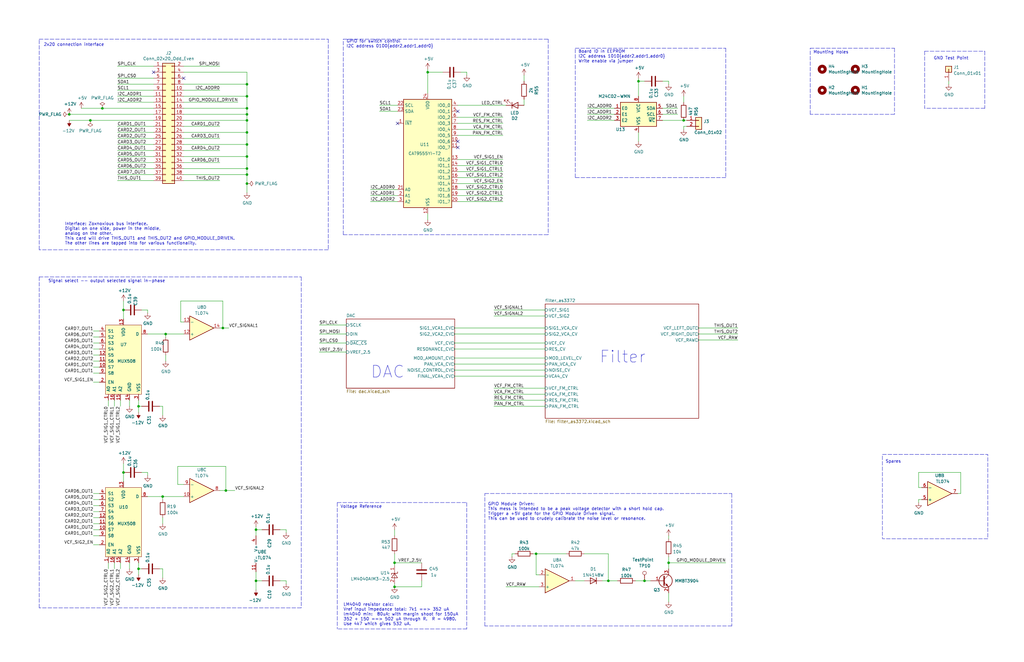
<source format=kicad_sch>
(kicad_sch (version 20230121) (generator eeschema)
  (paper "B")
  (title_block (title "Z3372 Signal Processor") (date "2023-04-02") (rev "0.4") (company "Zoxnoxious Engineering"))
  (junction (at 104.14 60.96))
  (junction (at 104.14 50.8))
  (junction (at 43.18 45.72))
  (junction (at 29.21 48.26))
  (junction (at 104.14 40.64))
  (junction (at 166.37 237.49))
  (junction (at 180.34 30.48))
  (junction (at 107.95 223.52))
  (junction (at 166.37 247.65))
  (junction (at 104.14 73.66))
  (junction (at 68.58 209.55))
  (junction (at 269.24 34.29))
  (junction (at 281.94 237.49))
  (junction (at 104.14 66.04))
  (junction (at 104.14 77.47))
  (junction (at 104.14 48.26))
  (junction (at 288.29 50.8))
  (junction (at 58.42 240.03))
  (junction (at 226.06 233.68))
  (junction (at 58.42 171.45))
  (junction (at 38.1 50.8))
  (junction (at 256.54 245.11))
  (junction (at 104.14 55.88))
  (junction (at 107.95 245.11))
  (junction (at 104.14 45.72))
  (junction (at 104.14 35.56))
  (junction (at 52.07 130.81))
  (junction (at 69.85 140.97))
  (junction (at 52.07 199.39))
  (junction (at 104.14 71.12))
  (junction (at 271.78 245.11))
  (junction (at 95.25 207.01))
  (junction (at 93.98 138.43))
  (no_connect (at 193.04 59.69))
  (no_connect (at 167.64 52.07))
  (no_connect (at 77.47 33.02))
  (no_connect (at 193.04 62.23))
  (no_connect (at 193.04 46.99))
  (no_connect (at 64.77 30.48))
  (wire (pts (xy 256.54 245.11) (xy 260.35 245.11)))
  (wire (pts (xy 294.64 138.43) (xy 311.15 138.43)))
  (wire (pts (xy 39.37 152.4) (xy 41.91 152.4)))
  (polyline (pts (xy 341.63 20.32) (xy 377.19 20.32)) (stroke (width 0) (type dash)))
  (wire (pts (xy 191.77 156.21) (xy 229.87 156.21)))
  (wire (pts (xy 254 245.11) (xy 256.54 245.11)))
  (polyline (pts (xy 306.07 20.32) (xy 306.07 74.93)) (stroke (width 0) (type dash)))
  (wire (pts (xy 58.42 168.91) (xy 58.42 171.45)))
  (polyline (pts (xy 142.24 212.09) (xy 142.24 265.43)) (stroke (width 0) (type dash)))
  (wire (pts (xy 104.14 60.96) (xy 104.14 66.04)))
  (wire (pts (xy 267.97 245.11) (xy 271.78 245.11)))
  (polyline (pts (xy 242.57 74.93) (xy 242.57 20.32)) (stroke (width 0) (type dash)))
  (wire (pts (xy 279.4 34.29) (xy 281.94 34.29)))
  (wire (pts (xy 49.53 60.96) (xy 64.77 60.96)))
  (wire (pts (xy 39.37 142.24) (xy 41.91 142.24)))
  (wire (pts (xy 77.47 48.26) (xy 104.14 48.26)))
  (wire (pts (xy 64.77 50.8) (xy 38.1 50.8)))
  (wire (pts (xy 193.04 52.07) (xy 212.09 52.07)))
  (wire (pts (xy 39.37 213.36) (xy 41.91 213.36)))
  (wire (pts (xy 69.85 140.97) (xy 77.47 140.97)))
  (wire (pts (xy 50.8 237.49) (xy 50.8 240.03)))
  (wire (pts (xy 52.07 199.39) (xy 52.07 203.2)))
  (wire (pts (xy 49.53 71.12) (xy 64.77 71.12)))
  (wire (pts (xy 193.04 80.01) (xy 212.09 80.01)))
  (wire (pts (xy 92.71 58.42) (xy 77.47 58.42)))
  (wire (pts (xy 118.11 223.52) (xy 120.65 223.52)))
  (wire (pts (xy 281.94 250.19) (xy 281.94 254)))
  (polyline (pts (xy 16.51 116.84) (xy 16.51 190.5)) (stroke (width 0) (type dash)))
  (wire (pts (xy 52.07 195.58) (xy 52.07 199.39)))
  (wire (pts (xy 269.24 55.88) (xy 269.24 59.69)))
  (wire (pts (xy 166.37 246.38) (xy 166.37 247.65)))
  (wire (pts (xy 180.34 30.48) (xy 180.34 39.37)))
  (wire (pts (xy 49.53 76.2) (xy 64.77 76.2)))
  (wire (pts (xy 74.93 196.85) (xy 95.25 196.85)))
  (wire (pts (xy 281.94 35.56) (xy 281.94 34.29)))
  (wire (pts (xy 68.58 171.45) (xy 67.31 171.45)))
  (wire (pts (xy 39.37 215.9) (xy 41.91 215.9)))
  (polyline (pts (xy 144.78 16.51) (xy 231.14 16.51)) (stroke (width 0) (type dash)))
  (wire (pts (xy 39.37 161.29) (xy 41.91 161.29)))
  (wire (pts (xy 220.98 41.91) (xy 220.98 44.45)))
  (wire (pts (xy 58.42 237.49) (xy 58.42 240.03)))
  (wire (pts (xy 279.4 48.26) (xy 285.75 48.26)))
  (wire (pts (xy 166.37 237.49) (xy 177.8 237.49)))
  (wire (pts (xy 217.17 233.68) (xy 215.9 233.68)))
  (wire (pts (xy 77.47 40.64) (xy 104.14 40.64)))
  (wire (pts (xy 400.05 34.29) (xy 400.05 35.56)))
  (wire (pts (xy 191.77 144.78) (xy 229.87 144.78)))
  (wire (pts (xy 92.71 76.2) (xy 77.47 76.2)))
  (wire (pts (xy 38.1 50.8) (xy 29.21 50.8)))
  (polyline (pts (xy 415.29 21.59) (xy 415.29 45.72)) (stroke (width 0) (type dash)))
  (wire (pts (xy 93.98 138.43) (xy 96.52 138.43)))
  (wire (pts (xy 220.98 31.75) (xy 220.98 34.29)))
  (polyline (pts (xy 16.51 105.41) (xy 16.51 16.51)) (stroke (width 0) (type dash)))
  (wire (pts (xy 39.37 229.87) (xy 41.91 229.87)))
  (wire (pts (xy 68.58 243.84) (xy 68.58 240.03)))
  (polyline (pts (xy 377.19 20.32) (xy 377.19 48.26)) (stroke (width 0) (type dash)))
  (wire (pts (xy 213.36 247.65) (xy 227.33 247.65)))
  (wire (pts (xy 193.04 85.09) (xy 212.09 85.09)))
  (polyline (pts (xy 389.89 21.59) (xy 415.29 21.59)) (stroke (width 0) (type dash)))
  (wire (pts (xy 193.04 54.61) (xy 212.09 54.61)))
  (wire (pts (xy 104.14 55.88) (xy 104.14 60.96)))
  (wire (pts (xy 166.37 238.76) (xy 166.37 237.49)))
  (wire (pts (xy 92.71 53.34) (xy 77.47 53.34)))
  (wire (pts (xy 77.47 204.47) (xy 74.93 204.47)))
  (wire (pts (xy 167.64 44.45) (xy 160.02 44.45)))
  (wire (pts (xy 259.08 45.72) (xy 247.65 45.72)))
  (wire (pts (xy 77.47 135.89) (xy 76.2 135.89)))
  (wire (pts (xy 288.29 40.64) (xy 288.29 43.18)))
  (wire (pts (xy 281.94 226.06) (xy 281.94 227.33)))
  (wire (pts (xy 49.53 58.42) (xy 64.77 58.42)))
  (polyline (pts (xy 341.63 48.26) (xy 341.63 20.32)) (stroke (width 0) (type dash)))
  (wire (pts (xy 271.78 34.29) (xy 269.24 34.29)))
  (wire (pts (xy 50.8 168.91) (xy 50.8 171.45)))
  (wire (pts (xy 59.69 199.39) (xy 62.23 199.39)))
  (wire (pts (xy 77.47 55.88) (xy 104.14 55.88)))
  (wire (pts (xy 104.14 40.64) (xy 104.14 45.72)))
  (wire (pts (xy 68.58 240.03) (xy 67.31 240.03)))
  (wire (pts (xy 269.24 33.02) (xy 269.24 34.29)))
  (wire (pts (xy 208.28 133.35) (xy 229.87 133.35)))
  (wire (pts (xy 167.64 80.01) (xy 156.21 80.01)))
  (wire (pts (xy 387.35 210.82) (xy 387.35 212.09)))
  (wire (pts (xy 49.53 33.02) (xy 64.77 33.02)))
  (wire (pts (xy 193.04 67.31) (xy 212.09 67.31)))
  (wire (pts (xy 193.04 77.47) (xy 212.09 77.47)))
  (wire (pts (xy 387.35 199.39) (xy 405.13 199.39)))
  (wire (pts (xy 191.77 153.67) (xy 229.87 153.67)))
  (wire (pts (xy 269.24 40.64) (xy 269.24 34.29)))
  (wire (pts (xy 48.26 168.91) (xy 48.26 171.45)))
  (wire (pts (xy 39.37 154.94) (xy 41.91 154.94)))
  (wire (pts (xy 166.37 233.68) (xy 166.37 237.49)))
  (wire (pts (xy 146.05 140.97) (xy 134.62 140.97)))
  (wire (pts (xy 77.47 50.8) (xy 104.14 50.8)))
  (polyline (pts (xy 138.43 16.51) (xy 138.43 105.41)) (stroke (width 0) (type dash)))
  (polyline (pts (xy 308.61 264.16) (xy 204.47 264.16)) (stroke (width 0) (type dash)))
  (polyline (pts (xy 204.47 208.28) (xy 308.61 208.28)) (stroke (width 0) (type dash)))
  (wire (pts (xy 208.28 171.45) (xy 229.87 171.45)))
  (polyline (pts (xy 196.85 265.43) (xy 142.24 265.43)) (stroke (width 0) (type dash)))
  (wire (pts (xy 77.47 45.72) (xy 104.14 45.72)))
  (wire (pts (xy 68.58 209.55) (xy 77.47 209.55)))
  (wire (pts (xy 62.23 140.97) (xy 69.85 140.97)))
  (wire (pts (xy 104.14 73.66) (xy 104.14 77.47)))
  (wire (pts (xy 39.37 220.98) (xy 41.91 220.98)))
  (wire (pts (xy 180.34 29.21) (xy 180.34 30.48)))
  (wire (pts (xy 288.29 50.8) (xy 289.56 50.8)))
  (wire (pts (xy 59.69 130.81) (xy 62.23 130.81)))
  (wire (pts (xy 64.77 35.56) (xy 49.53 35.56)))
  (wire (pts (xy 246.38 233.68) (xy 256.54 233.68)))
  (polyline (pts (xy 127 256.54) (xy 16.51 256.54)) (stroke (width 0) (type dash)))
  (wire (pts (xy 52.07 127) (xy 52.07 130.81)))
  (wire (pts (xy 191.77 147.32) (xy 229.87 147.32)))
  (wire (pts (xy 193.04 57.15) (xy 212.09 57.15)))
  (wire (pts (xy 77.47 60.96) (xy 104.14 60.96)))
  (wire (pts (xy 64.77 45.72) (xy 43.18 45.72)))
  (wire (pts (xy 193.04 74.93) (xy 212.09 74.93)))
  (wire (pts (xy 77.47 27.94) (xy 92.71 27.94)))
  (wire (pts (xy 194.31 30.48) (xy 196.85 30.48)))
  (polyline (pts (xy 144.78 99.06) (xy 231.14 99.06)) (stroke (width 0) (type dash)))
  (wire (pts (xy 69.85 149.86) (xy 69.85 152.4)))
  (polyline (pts (xy 204.47 264.16) (xy 204.47 208.28)) (stroke (width 0) (type dash)))
  (wire (pts (xy 387.35 205.74) (xy 387.35 199.39)))
  (polyline (pts (xy 242.57 20.32) (xy 294.64 20.32)) (stroke (width 0) (type dash)))
  (wire (pts (xy 256.54 233.68) (xy 256.54 245.11)))
  (wire (pts (xy 39.37 149.86) (xy 41.91 149.86)))
  (wire (pts (xy 77.47 43.18) (xy 100.33 43.18)))
  (polyline (pts (xy 16.51 256.54) (xy 16.51 189.23)) (stroke (width 0) (type dash)))
  (wire (pts (xy 294.64 143.51) (xy 311.15 143.51)))
  (wire (pts (xy 191.77 138.43) (xy 229.87 138.43)))
  (polyline (pts (xy 144.78 99.06) (xy 144.78 16.51)) (stroke (width 0) (type dash)))
  (wire (pts (xy 259.08 48.26) (xy 247.65 48.26)))
  (wire (pts (xy 104.14 35.56) (xy 104.14 40.64)))
  (wire (pts (xy 64.77 73.66) (xy 49.53 73.66)))
  (wire (pts (xy 39.37 144.78) (xy 41.91 144.78)))
  (wire (pts (xy 180.34 90.17) (xy 180.34 92.71)))
  (wire (pts (xy 68.58 175.26) (xy 68.58 171.45)))
  (wire (pts (xy 74.93 204.47) (xy 74.93 196.85)))
  (wire (pts (xy 215.9 233.68) (xy 215.9 234.95)))
  (wire (pts (xy 208.28 168.91) (xy 229.87 168.91)))
  (polyline (pts (xy 138.43 105.41) (xy 16.51 105.41)) (stroke (width 0) (type dash)))
  (wire (pts (xy 77.47 66.04) (xy 104.14 66.04)))
  (wire (pts (xy 146.05 137.16) (xy 134.62 137.16)))
  (wire (pts (xy 196.85 31.75) (xy 196.85 30.48)))
  (wire (pts (xy 177.8 247.65) (xy 166.37 247.65)))
  (wire (pts (xy 77.47 71.12) (xy 104.14 71.12)))
  (wire (pts (xy 45.72 168.91) (xy 45.72 171.45)))
  (wire (pts (xy 76.2 127) (xy 93.98 127)))
  (wire (pts (xy 120.65 223.52) (xy 120.65 224.79)))
  (wire (pts (xy 95.25 196.85) (xy 95.25 207.01)))
  (wire (pts (xy 388.62 210.82) (xy 387.35 210.82)))
  (wire (pts (xy 77.47 63.5) (xy 92.71 63.5)))
  (wire (pts (xy 294.64 140.97) (xy 311.15 140.97)))
  (wire (pts (xy 107.95 245.11) (xy 107.95 248.92)))
  (wire (pts (xy 281.94 234.95) (xy 281.94 237.49)))
  (polyline (pts (xy 389.89 21.59) (xy 389.89 45.72)) (stroke (width 0) (type dash)))
  (wire (pts (xy 58.42 240.03) (xy 58.42 242.57)))
  (wire (pts (xy 77.47 30.48) (xy 104.14 30.48)))
  (wire (pts (xy 279.4 50.8) (xy 288.29 50.8)))
  (polyline (pts (xy 294.64 74.93) (xy 242.57 74.93)) (stroke (width 0) (type dash)))
  (wire (pts (xy 39.37 226.06) (xy 41.91 226.06)))
  (polyline (pts (xy 415.29 45.72) (xy 389.89 45.72)) (stroke (width 0) (type dash)))
  (wire (pts (xy 104.14 71.12) (xy 104.14 73.66)))
  (wire (pts (xy 193.04 69.85) (xy 212.09 69.85)))
  (wire (pts (xy 39.37 157.48) (xy 41.91 157.48)))
  (wire (pts (xy 69.85 140.97) (xy 69.85 142.24)))
  (wire (pts (xy 104.14 77.47) (xy 104.14 81.28)))
  (wire (pts (xy 49.53 40.64) (xy 64.77 40.64)))
  (wire (pts (xy 49.53 68.58) (xy 64.77 68.58)))
  (polyline (pts (xy 16.51 16.51) (xy 138.43 16.51)) (stroke (width 0) (type dash)))
  (wire (pts (xy 93.98 127) (xy 93.98 138.43)))
  (wire (pts (xy 92.71 38.1) (xy 77.47 38.1)))
  (wire (pts (xy 186.69 30.48) (xy 180.34 30.48)))
  (wire (pts (xy 104.14 66.04) (xy 104.14 71.12)))
  (wire (pts (xy 49.53 27.94) (xy 64.77 27.94)))
  (polyline (pts (xy 308.61 208.28) (xy 308.61 264.16)) (stroke (width 0) (type dash)))
  (wire (pts (xy 118.11 245.11) (xy 120.65 245.11)))
  (wire (pts (xy 39.37 223.52) (xy 41.91 223.52)))
  (wire (pts (xy 288.29 53.34) (xy 289.56 53.34)))
  (wire (pts (xy 64.77 66.04) (xy 49.53 66.04)))
  (polyline (pts (xy 377.19 48.26) (xy 341.63 48.26)) (stroke (width 0) (type dash)))
  (polyline (pts (xy 231.14 16.51) (xy 231.14 99.06)) (stroke (width 0) (type dash)))
  (wire (pts (xy 64.77 43.18) (xy 49.53 43.18)))
  (wire (pts (xy 110.49 245.11) (xy 107.95 245.11)))
  (wire (pts (xy 208.28 163.83) (xy 229.87 163.83)))
  (wire (pts (xy 58.42 171.45) (xy 58.42 173.99)))
  (wire (pts (xy 107.95 241.3) (xy 107.95 245.11)))
  (wire (pts (xy 388.62 205.74) (xy 387.35 205.74)))
  (wire (pts (xy 58.42 240.03) (xy 59.69 240.03)))
  (wire (pts (xy 191.77 140.97) (xy 229.87 140.97)))
  (polyline (pts (xy 295.91 20.32) (xy 306.07 20.32)) (stroke (width 0) (type dash)))
  (wire (pts (xy 43.18 45.72) (xy 34.29 45.72)))
  (wire (pts (xy 405.13 199.39) (xy 405.13 208.28)))
  (wire (pts (xy 104.14 48.26) (xy 104.14 50.8)))
  (wire (pts (xy 224.79 233.68) (xy 226.06 233.68)))
  (wire (pts (xy 68.58 218.44) (xy 68.58 220.98)))
  (wire (pts (xy 48.26 237.49) (xy 48.26 240.03)))
  (polyline (pts (xy 142.24 212.09) (xy 196.85 212.09)) (stroke (width 0) (type dash)))
  (wire (pts (xy 166.37 223.52) (xy 166.37 226.06)))
  (wire (pts (xy 191.77 158.75) (xy 229.87 158.75)))
  (wire (pts (xy 64.77 53.34) (xy 49.53 53.34)))
  (wire (pts (xy 226.06 233.68) (xy 238.76 233.68)))
  (wire (pts (xy 39.37 147.32) (xy 41.91 147.32)))
  (wire (pts (xy 77.47 35.56) (xy 104.14 35.56)))
  (wire (pts (xy 62.23 200.66) (xy 62.23 199.39)))
  (wire (pts (xy 191.77 151.13) (xy 229.87 151.13)))
  (wire (pts (xy 54.61 168.91) (xy 54.61 171.45)))
  (wire (pts (xy 285.75 45.72) (xy 279.4 45.72)))
  (wire (pts (xy 64.77 48.26) (xy 29.21 48.26)))
  (wire (pts (xy 208.28 130.81) (xy 229.87 130.81)))
  (polyline (pts (xy 306.07 74.93) (xy 294.64 74.93)) (stroke (width 0) (type dash)))
  (wire (pts (xy 120.65 245.11) (xy 120.65 246.38)))
  (wire (pts (xy 104.14 30.48) (xy 104.14 35.56)))
  (wire (pts (xy 208.28 166.37) (xy 229.87 166.37)))
  (wire (pts (xy 134.62 148.59) (xy 146.05 148.59)))
  (wire (pts (xy 160.02 46.99) (xy 167.64 46.99)))
  (wire (pts (xy 193.04 72.39) (xy 212.09 72.39)))
  (wire (pts (xy 92.71 207.01) (xy 95.25 207.01)))
  (wire (pts (xy 39.37 139.7) (xy 41.91 139.7)))
  (wire (pts (xy 58.42 171.45) (xy 59.69 171.45)))
  (wire (pts (xy 193.04 82.55) (xy 212.09 82.55)))
  (wire (pts (xy 92.71 138.43) (xy 93.98 138.43)))
  (wire (pts (xy 54.61 237.49) (xy 54.61 240.03)))
  (polyline (pts (xy 127 116.84) (xy 127 256.54)) (stroke (width 0) (type dash)))
  (wire (pts (xy 77.47 68.58) (xy 92.71 68.58)))
  (wire (pts (xy 271.78 245.11) (xy 274.32 245.11)))
  (wire (pts (xy 226.06 242.57) (xy 226.06 233.68)))
  (wire (pts (xy 167.64 82.55) (xy 156.21 82.55)))
  (wire (pts (xy 193.04 44.45) (xy 213.36 44.45)))
  (wire (pts (xy 403.86 208.28) (xy 405.13 208.28)))
  (wire (pts (xy 62.23 209.55) (xy 68.58 209.55)))
  (wire (pts (xy 77.47 73.66) (xy 104.14 73.66)))
  (wire (pts (xy 227.33 242.57) (xy 226.06 242.57)))
  (wire (pts (xy 288.29 54.61) (xy 288.29 53.34)))
  (wire (pts (xy 39.37 210.82) (xy 41.91 210.82)))
  (wire (pts (xy 45.72 237.49) (xy 45.72 240.03)))
  (polyline (pts (xy 16.51 116.84) (xy 127 116.84)) (stroke (width 0) (type dash)))
  (wire (pts (xy 134.62 144.78) (xy 146.05 144.78)))
  (wire (pts (xy 49.53 55.88) (xy 64.77 55.88)))
  (wire (pts (xy 104.14 45.72) (xy 104.14 48.26)))
  (wire (pts (xy 39.37 218.44) (xy 41.91 218.44)))
  (wire (pts (xy 39.37 208.28) (xy 41.91 208.28)))
  (wire (pts (xy 281.94 237.49) (xy 281.94 240.03)))
  (wire (pts (xy 104.14 50.8) (xy 104.14 55.88)))
  (wire (pts (xy 62.23 132.08) (xy 62.23 130.81)))
  (wire (pts (xy 49.53 38.1) (xy 64.77 38.1)))
  (wire (pts (xy 95.25 207.01) (xy 99.06 207.01)))
  (wire (pts (xy 76.2 135.89) (xy 76.2 127)))
  (wire (pts (xy 167.64 85.09) (xy 156.21 85.09)))
  (wire (pts (xy 107.95 226.06) (xy 107.95 223.52)))
  (wire (pts (xy 68.58 210.82) (xy 68.58 209.55)))
  (wire (pts (xy 177.8 245.11) (xy 177.8 247.65)))
  (wire (pts (xy 52.07 130.81) (xy 52.07 134.62)))
  (wire (pts (xy 259.08 50.8) (xy 247.65 50.8)))
  (wire (pts (xy 193.04 49.53) (xy 212.09 49.53)))
  (wire (pts (xy 242.57 245.11) (xy 246.38 245.11)))
  (wire (pts (xy 107.95 222.25) (xy 107.95 223.52)))
  (polyline (pts (xy 196.85 212.09) (xy 196.85 265.43)) (stroke (width 0) (type dash)))
  (wire (pts (xy 107.95 223.52) (xy 110.49 223.52)))
  (wire (pts (xy 281.94 237.49) (xy 306.07 237.49)))
  (wire (pts (xy 49.53 63.5) (xy 64.77 63.5)))
  (rectangle (start 372.11 191.77) (end 416.56 227.33) (stroke (width 0) (type dash)))
  (text "Spares" (at 373.38 195.58 0) (effects (font (size 1.27 1.27)) (justify left bottom)))
  (text "Filter" (at 252.73 153.67 0) (effects (font (size 5.0038 5.0038)) (justify left bottom)))
  (text "Signal select -- output selected signal in-phase" (at 20.32 119.38 0) (effects (font (size 1.27 1.27)) (justify left bottom)))
  (text "Voltage Reference" (at 143.51 214.63 0) (effects (font (size 1.27 1.27)) (justify left bottom)))
  (text "2x20 connection interface" (at 18.415 19.685 0) (effects (font (size 1.27 1.27)) (justify left bottom)))
  (text "GPIO Module Driven:\nThis mess is intended to be a peak voltage detector with a short hold cap.\nTrigger a +5V gate for the GPIO Module Driven signal.\nThis can be used to crudely calibrate the noise level or resonance." (at 205.74 219.71 0) (effects (font (size 1.27 1.27)) (justify left bottom)))
  (text "GPIO for switch control\nI2C address 0100{addr2,addr1,addr0}" (at 146.05 20.32 0) (effects (font (size 1.27 1.27)) (justify left bottom)))
  (text "Mounting Holes" (at 342.9 22.86 0) (effects (font (size 1.27 1.27)) (justify left bottom)))
  (text "LM4040 resistor calc:\nVref input impedance total: 7k1 ==> 352 uA\nlm4040 min:  80uA; with margin shoot for 150uA\n352 + 150 ==> 502 uA through R.  R = 4980.\nUse 4k7 which gives 532 uA." (at 144.78 264.16 0) (effects (font (size 1.27 1.27)) (justify left bottom)))
  (text "GND Test Point" (at 393.7 25.4 0) (effects (font (size 1.27 1.27)) (justify left bottom)))
  (text "Board ID in EEPROM\nI2C address 1010{addr2,addr1,addr0}\nWrite enable via jumper" (at 243.84 26.67 0) (effects (font (size 1.27 1.27)) (justify left bottom)))
  (text "Interface: Zoxnoxious bus interface.\nDigital on one side, power in the middle,\nanalog on the other.\nThis card will drive THIS_OUT1 and THIS_OUT2 and GPIO_MODULE_DRIVEN.\nThe other lines are tapped into for various functionality." (at 27.305 103.505 0) (effects (font (size 1.27 1.27)) (justify left bottom)))
  (text "DAC" (at 156.21 160.02 0) (effects (font (size 5.0038 5.0038)) (justify left bottom)))
  (label "VCF_SIGNAL1" (at 96.52 138.43 0))
  (label "VCF_SIG2_CTRL2" (at 212.09 85.09 180))
  (label "SPI_MOSI" (at 134.62 140.97 0))
  (label "VREF_2.5V" (at 177.8 237.49 180))
  (label "CARD3_OUT1" (at 92.71 58.42 180))
  (label "CARD3_OUT2" (at 39.37 215.9 180))
  (label "SPI_CS0" (at 134.62 144.78 0))
  (label "CARD5_OUT2" (at 49.53 68.58 0))
  (label "VCF_RAW" (at 311.15 143.51 180))
  (label "SCL1" (at 49.53 38.1 0))
  (label "CARD4_OUT1" (at 39.37 213.36 180))
  (label "VCF_SIG1_EN" (at 212.09 67.31 180))
  (label "CARD6_OUT1" (at 39.37 208.28 180))
  (label "VCA_FM_CTRL" (at 212.09 54.61 180))
  (label "CARD1_OUT2" (at 92.71 53.34 180))
  (label "VREF_2.5V" (at 134.62 148.59 0))
  (label "CARD7_OUT1" (at 39.37 139.7 180))
  (label "VCF_SIG2_CTRL0" (at 212.09 80.01 180))
  (label "VCF_SIG1_CTRL0" (at 212.09 69.85 180))
  (label "CARD2_OUT1" (at 39.37 220.98 180))
  (label "CARD5_OUT2" (at 39.37 210.82 180))
  (label "CARD5_OUT1" (at 39.37 144.78 180))
  (label "LED_CTRL" (at 212.09 44.45 180))
  (label "VCF_SIG2_CTRL0" (at 45.72 240.03 270))
  (label "CARD2_OUT1" (at 49.53 55.88 0))
  (label "CARD3_OUT1" (at 39.37 149.86 180))
  (label "VCF_SIGNAL1" (at 208.28 130.81 0))
  (label "I2C_ADDR0" (at 247.65 45.72 0))
  (label "RES_FM_CTRL" (at 208.28 168.91 0))
  (label "CARD1_OUT1" (at 39.37 157.48 180))
  (label "CARD2_OUT2" (at 39.37 218.44 180))
  (label "THIS_OUT2" (at 311.15 140.97 180))
  (label "CARD6_OUT1" (at 92.71 68.58 180))
  (label "VCF_SIG2_CTRL1" (at 48.26 240.03 270))
  (label "GPIO_MODULE_DRIVEN" (at 100.33 43.18 180))
  (label "VCF_SIGNAL2" (at 208.28 133.35 0))
  (label "I2C_ADDR0" (at 156.21 80.01 0))
  (label "VCF_SIG1_EN" (at 39.37 161.29 180))
  (label "I2C_ADDR1" (at 247.65 48.26 0))
  (label "PAN_FM_CTRL" (at 208.28 171.45 0))
  (label "I2C_ADDR0" (at 92.71 38.1 180))
  (label "CARD7_OUT1" (at 49.53 73.66 0))
  (label "SDA1" (at 49.53 35.56 0))
  (label "I2C_ADDR2" (at 247.65 50.8 0))
  (label "VCF_SIG1_CTRL2" (at 50.8 171.45 270))
  (label "CARD4_OUT1" (at 49.53 63.5 0))
  (label "CARD4_OUT2" (at 39.37 147.32 180))
  (label "PAN_FM_CTRL" (at 212.09 57.15 180))
  (label "VCF_SIGNAL2" (at 99.06 207.01 0))
  (label "THIS_OUT1" (at 311.15 138.43 180))
  (label "CARD1_OUT2" (at 39.37 154.94 180))
  (label "VCF_SIG2_EN" (at 39.37 229.87 180))
  (label "SCL1" (at 160.02 44.45 0))
  (label "VCF_SIG1_CTRL0" (at 45.72 171.45 270))
  (label "SPI_CLK" (at 134.62 137.16 0))
  (label "SDA1" (at 160.02 46.99 0))
  (label "CARD4_OUT2" (at 92.71 63.5 180))
  (label "SPI_CS0" (at 49.53 33.02 0))
  (label "THIS_OUT1" (at 49.53 76.2 0))
  (label "SDA1" (at 285.75 45.72 180))
  (label "VCF_SIG2_CTRL1" (at 212.09 82.55 180))
  (label "SCL1" (at 285.75 48.26 180))
  (label "SPI_CLK" (at 49.53 27.94 0))
  (label "CARD1_OUT2" (at 39.37 223.52 180))
  (label "SPI_MOSI" (at 92.71 27.94 180))
  (label "CARD2_OUT2" (at 49.53 58.42 0))
  (label "THIS_OUT2" (at 92.71 76.2 180))
  (label "VCF_SIG1_CTRL1" (at 212.09 72.39 180))
  (label "CARD3_OUT2" (at 49.53 60.96 0))
  (label "CARD6_OUT2" (at 49.53 71.12 0))
  (label "VCF_SIG1_CTRL2" (at 212.09 74.93 180))
  (label "VCF_FM_CTRL" (at 208.28 163.83 0))
  (label "RES_FM_CTRL" (at 212.09 52.07 180))
  (label "VCF_RAW" (at 213.36 247.65 0))
  (label "CARD1_OUT1" (at 39.37 226.06 180))
  (label "I2C_ADDR2" (at 156.21 85.09 0))
  (label "VCF_FM_CTRL" (at 212.09 49.53 180))
  (label "GPIO_MODULE_DRIVEN" (at 306.07 237.49 180))
  (label "VCF_SIG1_CTRL1" (at 48.26 171.45 270))
  (label "VCF_SIG2_CTRL2" (at 50.8 240.03 270))
  (label "I2C_ADDR1" (at 49.53 40.64 0))
  (label "I2C_ADDR1" (at 156.21 82.55 0))
  (label "CARD2_OUT2" (at 39.37 152.4 180))
  (label "CARD1_OUT1" (at 49.53 53.34 0))
  (label "CARD6_OUT2" (at 39.37 142.24 180))
  (label "CARD5_OUT1" (at 49.53 66.04 0))
  (label "VCF_SIG2_EN" (at 212.09 77.47 180))
  (label "VCA_FM_CTRL" (at 208.28 166.37 0))
  (label "I2C_ADDR2" (at 49.53 43.18 0))
  (symbol (lib_id "power:GND") (at 180.34 92.71 0) (unit 1)
    (property "Reference" "#PWR027" (effects hide))
    (property "Value" "GND" (at 180.467 97.1042 0))
  )
  (symbol (lib_id "Device:C") (at 190.5 30.48 270) (unit 1)
    (property "Reference" "C37" (at 191.6684 33.401 0) (effects (justify left)))
    (property "Value" "0.1u" (at 189.357 33.401 0) (effects (justify left)))
    (property "Footprint" "Capacitor_SMD:C_0603_1608Metric" (effects hide))
    (property "LCSC Part" "C14663" (effects hide))
  )
  (symbol (lib_id "power:GND") (at 196.85 31.75 0) (unit 1)
    (property "Reference" "#PWR028" (effects hide))
    (property "Value" "GND" (at 196.977 36.1442 0))
  )
  (symbol (lib_id "Interface_Expansion:PCA9555D") (at 180.34 64.77 0) (unit 1)
    (property "Reference" "U11" (at 179.07 60.96 0))
    (property "Value" "CAT9555YI-T2" (at 179.07 64.77 0))
    (property "Footprint" "Package_SO:TSSOP-24_4.4x7.8mm_P0.65mm" (effects hide))
    (property "Datasheet" "https://www.nxp.com/docs/en/data-sheet/PCA9555.pdf" (effects hide))
    (property "LCSC Part" "C83265" (effects hide))
  )
  (symbol (lib_id "Connector_Generic:Conn_02x20_Odd_Even") (at 69.85 50.8 0) (unit 1)
    (property "Reference" "J2" (at 71.12 22.4282 0))
    (property "Value" "Conn_02x20_Odd_Even" (at 71.12 24.7396 0))
    (property "Footprint" "Connector_PinHeader_2.54mm:PinHeader_2x20_P2.54mm_Horizontal" (effects hide))
  )
  (symbol (lib_id "power:GND") (at 104.14 81.28 0) (unit 1)
    (property "Reference" "#PWR0118" (effects hide))
    (property "Value" "GND" (at 104.267 85.6742 0))
  )
  (symbol (lib_id "power:+5V") (at 34.29 45.72 0) (unit 1)
    (property "Reference" "#PWR0120" (effects hide))
    (property "Value" "+5V" (at 34.671 41.3258 0))
  )
  (symbol (lib_id "power:+12V") (at 29.21 48.26 0) (unit 1)
    (property "Reference" "#PWR0117" (effects hide))
    (property "Value" "+12V" (at 29.591 43.8658 0))
  )
  (symbol (lib_id "power:-12V") (at 29.21 50.8 180) (unit 1)
    (property "Reference" "#PWR0119" (effects hide))
    (property "Value" "-12V" (at 28.829 55.1942 0))
  )
  (symbol (lib_id "power:PWR_FLAG") (at 43.18 45.72 0) (unit 1)
    (property "Reference" "#FLG0101" (effects hide))
    (property "Value" "PWR_FLAG" (at 43.18 41.3258 0))
  )
  (symbol (lib_id "power:PWR_FLAG") (at 29.21 48.26 90) (unit 1)
    (property "Reference" "#FLG0102" (effects hide))
    (property "Value" "PWR_FLAG" (at 25.9842 48.26 90) (effects (justify left)))
  )
  (symbol (lib_id "power:PWR_FLAG") (at 38.1 50.8 180) (unit 1)
    (property "Reference" "#FLG0103" (effects hide))
    (property "Value" "PWR_FLAG" (at 38.1 55.1942 0))
  )
  (symbol (lib_id "power:PWR_FLAG") (at 104.14 77.47 270) (unit 1)
    (property "Reference" "#FLG0104" (effects hide))
    (property "Value" "PWR_FLAG" (at 107.3912 77.47 90) (effects (justify left)))
  )
  (symbol (lib_id "power:+5V") (at 180.34 29.21 0) (unit 1)
    (property "Reference" "#PWR026" (effects hide))
    (property "Value" "+5V" (at 180.721 24.8158 0))
  )
  (symbol (lib_id "Device:R") (at 220.98 38.1 0) (unit 1)
    (property "Reference" "R55" (at 226.2378 38.1 90))
    (property "Value" "2k" (at 223.9264 38.1 90))
    (property "Footprint" "Resistor_SMD:R_0603_1608Metric" (effects hide))
    (property "LCSC Part" "C22975" (effects hide))
  )
  (symbol (lib_id "Device:LED") (at 217.17 44.45 0) (mirror x) (unit 1)
    (property "Reference" "D2" (at 216.9922 49.9618 0))
    (property "Value" "LED" (at 216.9922 47.6504 0))
    (property "Footprint" "LED_SMD:LED_0603_1608Metric" (effects hide))
    (property "LCSC Part" "C2286" (effects hide))
  )
  (symbol (lib_id "power:+5V") (at 220.98 31.75 0) (unit 1)
    (property "Reference" "#PWR0112" (effects hide))
    (property "Value" "+5V" (at 221.361 27.3558 0))
  )
  (symbol (lib_id "power:GND") (at 269.24 59.69 0) (unit 1)
    (property "Reference" "#PWR0124" (effects hide))
    (property "Value" "GND" (at 269.367 64.0842 0))
  )
  (symbol (lib_id "power:+5V") (at 269.24 33.02 0) (unit 1)
    (property "Reference" "#PWR0126" (effects hide))
    (property "Value" "+5V" (at 269.621 28.6258 0))
  )
  (symbol (lib_id "Device:C") (at 275.59 34.29 270) (unit 1)
    (property "Reference" "C33" (at 276.7584 37.211 0) (effects (justify left)))
    (property "Value" "0.1u" (at 274.447 37.211 0) (effects (justify left)))
    (property "Footprint" "Capacitor_SMD:C_0603_1608Metric" (effects hide))
    (property "LCSC Part" "C14663" (effects hide))
  )
  (symbol (lib_id "power:GND") (at 281.94 35.56 0) (unit 1)
    (property "Reference" "#PWR0125" (effects hide))
    (property "Value" "GND" (at 282.067 39.9542 0))
  )
  (symbol (lib_id "Memory_EEPROM:M24C02-WMN") (at 269.24 48.26 0) (unit 1)
    (property "Reference" "U13" (at 261.62 54.61 0))
    (property "Value" "M24C02-WMN" (at 259.08 40.64 0))
    (property "Footprint" "Package_SO:SOIC-8_3.9x4.9mm_P1.27mm" (effects hide))
    (property "Datasheet" "http://www.st.com/content/ccc/resource/technical/document/datasheet/b0/d8/50/40/5a/85/49/6f/DM00071904.pdf/files/DM00071904.pdf/jcr:content/translations/en.DM00071904.pdf" (effects hide))
    (property "LCSC Part" "C7562" (effects hide))
  )
  (symbol (lib_id "power:GND") (at 288.29 54.61 0) (unit 1)
    (property "Reference" "#PWR08" (effects hide))
    (property "Value" "GND" (at 288.417 59.0042 0))
  )
  (symbol (lib_id "Mechanical:MountingHole") (at 346.71 29.21 0) (unit 1)
    (property "Reference" "H4" (at 349.25 28.0416 0) (effects (justify left)))
    (property "Value" "MountingHole" (at 349.25 30.353 0) (effects (justify left)))
    (property "Footprint" "MountingHole:MountingHole_3.2mm_M3" (effects hide))
  )
  (symbol (lib_id "Mechanical:MountingHole") (at 360.68 29.21 0) (unit 1)
    (property "Reference" "H3" (at 363.22 28.0416 0) (effects (justify left)))
    (property "Value" "MountingHole" (at 363.22 30.353 0) (effects (justify left)))
    (property "Footprint" "MountingHole:MountingHole_3.2mm_M3" (effects hide))
  )
  (symbol (lib_id "Transistor_BJT:MMBT3904") (at 279.4 245.11 0) (unit 1)
    (property "Reference" "Q3" (at 275.59 248.92 0) (effects (justify left)))
    (property "Value" "MMBT3904" (at 284.48 245.11 0) (effects (justify left)))
    (property "Footprint" "Package_TO_SOT_SMD:SOT-23" (effects hide))
    (property "Datasheet" "https://www.onsemi.com/pdf/datasheet/pzt3904-d.pdf" (effects hide))
    (property "LCSC Part" "C20526" (effects hide))
  )
  (symbol (lib_id "power:GND") (at 281.94 254 0) (unit 1)
    (property "Reference" "#PWR035" (effects hide))
    (property "Value" "GND" (at 282.067 258.3942 0))
  )
  (symbol (lib_id "Device:R") (at 264.16 245.11 90) (unit 1)
    (property "Reference" "R47" (at 264.16 240.3942 90))
    (property "Value" "100k" (at 264.16 242.9311 90))
    (property "Footprint" "Resistor_SMD:R_0603_1608Metric" (effects hide))
    (property "LCSC Part" "C25803" (effects hide))
  )
  (symbol (lib_id "power:GND") (at 62.23 132.08 0) (unit 1)
    (property "Reference" "#PWR07" (effects hide))
    (property "Value" "GND" (at 62.357 136.4742 0))
  )
  (symbol (lib_id "Device:C") (at 114.3 245.11 270) (unit 1)
    (property "Reference" "C10" (at 113.665 248.92 0) (effects (justify left)))
    (property "Value" "0.1u" (at 113.03 238.125 0) (effects (justify left)))
    (property "Footprint" "Capacitor_SMD:C_0603_1608Metric" (effects hide))
    (property "LCSC Part" "C14663" (effects hide))
  )
  (symbol (lib_id "Device:C") (at 63.5 240.03 270) (unit 1)
    (property "Reference" "C35" (at 62.865 243.84 0) (effects (justify left)))
    (property "Value" "0.1u" (at 62.23 233.045 0) (effects (justify left)))
    (property "Footprint" "Capacitor_SMD:C_0603_1608Metric" (effects hide))
    (property "LCSC Part" "C14663" (effects hide))
  )
  (symbol (lib_id "Mechanical:MountingHole") (at 346.71 38.1 0) (unit 1)
    (property "Reference" "H2" (at 349.25 36.9316 0) (effects (justify left)))
    (property "Value" "MountingHole" (at 349.25 39.243 0) (effects (justify left)))
    (property "Footprint" "MountingHole:MountingHole_3.2mm_M3" (effects hide))
  )
  (symbol (lib_id "Connector_Generic:Conn_01x01") (at 400.05 29.21 90) (unit 1)
    (property "Reference" "J1" (at 402.082 28.3753 90) (effects (justify right)))
    (property "Value" "Conn_01x01" (at 402.082 30.9122 90) (effects (justify right)))
    (property "Footprint" "Connector_PinHeader_2.54mm:PinHeader_1x01_P2.54mm_Vertical" (effects hide))
  )
  (symbol (lib_id "Device:R") (at 69.85 146.05 180) (unit 1)
    (property "Reference" "R46" (at 65.405 144.78 0) (effects (justify right)))
    (property "Value" "100k" (at 63.5 147.32 0) (effects (justify right)))
    (property "Footprint" "Resistor_SMD:R_0603_1608Metric" (effects hide))
    (property "LCSC Part" "C25803" (effects hide))
  )
  (symbol (lib_id "power:+5V") (at 281.94 226.06 0) (unit 1)
    (property "Reference" "#PWR030" (effects hide))
    (property "Value" "+5V" (at 282.321 221.6658 0))
  )
  (symbol (lib_id "power:-12V") (at 58.42 242.57 180) (unit 1)
    (property "Reference" "#PWR06" (effects hide))
    (property "Value" "-12V" (at 58.039 246.9642 0))
  )
  (symbol (lib_id "power:GND") (at 62.23 200.66 0) (unit 1)
    (property "Reference" "#PWR09" (effects hide))
    (property "Value" "GND" (at 62.357 205.0542 0))
  )
  (symbol (lib_id "Device:R") (at 166.37 229.87 0) (mirror y) (unit 1)
    (property "Reference" "R53" (at 164.592 228.7016 0) (effects (justify left)))
    (property "Value" "4k7" (at 164.592 231.013 0) (effects (justify left)))
    (property "Footprint" "Resistor_SMD:R_0603_1608Metric" (effects hide))
    (property "LCSC Part" "C23162" (effects hide))
  )
  (symbol (lib_id "z3372_lib:PS508-Analog_Switch") (at 52.07 213.36 0) (unit 1)
    (property "Reference" "U10" (at 52.07 213.995 0))
    (property "Value" "MUX508" (at 53.34 220.98 0))
    (property "Footprint" "Package_SO:SOIC-16_3.9x9.9mm_P1.27mm" (effects hide))
    (property "LCSC Part" "C2673104" (effects hide))
  )
  (symbol (lib_id "power:-12V") (at 107.95 248.92 180) (unit 1)
    (property "Reference" "#PWR015" (effects hide))
    (property "Value" "-12V" (at 107.569 253.3142 0))
  )
  (symbol (lib_id "power:+12V") (at 107.95 222.25 0) (unit 1)
    (property "Reference" "#PWR014" (effects hide))
    (property "Value" "+12V" (at 108.331 217.8558 0))
  )
  (symbol (lib_id "power:GND") (at 68.58 175.26 0) (unit 1)
    (property "Reference" "#PWR010" (effects hide))
    (property "Value" "GND" (at 68.707 179.6542 0))
  )
  (symbol (lib_id "Amplifier_Operational:TL074") (at 85.09 138.43 0) (mirror x) (unit 4)
    (property "Reference" "U8" (at 85.09 129.6502 0))
    (property "Value" "TL074" (at 85.09 132.1871 0))
    (property "Footprint" "Package_SO:TSSOP-14_4.4x5mm_P0.65mm" (effects hide))
    (property "Datasheet" "http://www.ti.com/lit/ds/symlink/tl071.pdf" (effects hide))
    (property "LCSC Part" "C96507" (effects hide))
  )
  (symbol (lib_id "power:+5V") (at 288.29 40.64 0) (unit 1)
    (property "Reference" "#PWR064" (effects hide))
    (property "Value" "+5V" (at 288.671 36.2458 0))
  )
  (symbol (lib_id "Amplifier_Operational:TL074") (at 234.95 245.11 0) (mirror x) (unit 1)
    (property "Reference" "U8" (at 234.95 236.3302 0))
    (property "Value" "TL074" (at 234.95 238.8671 0))
    (property "Footprint" "Package_SO:TSSOP-14_4.4x5mm_P0.65mm" (effects hide))
    (property "Datasheet" "http://www.ti.com/lit/ds/symlink/tl071.pdf" (effects hide))
    (property "LCSC Part" "C96507" (effects hide))
  )
  (symbol (lib_id "Device:R") (at 220.98 233.68 270) (unit 1)
    (property "Reference" "R43" (at 220.98 228.9642 90))
    (property "Value" "100k" (at 220.98 231.5011 90))
    (property "Footprint" "Resistor_SMD:R_0603_1608Metric" (effects hide))
    (property "LCSC Part" "C25803" (effects hide))
  )
  (symbol (lib_id "power:GND") (at 68.58 243.84 0) (unit 1)
    (property "Reference" "#PWR011" (effects hide))
    (property "Value" "GND" (at 68.707 248.2342 0))
  )
  (symbol (lib_id "Device:C") (at 55.88 199.39 270) (unit 1)
    (property "Reference" "C36" (at 57.15 193.675 0) (effects (justify left)))
    (property "Value" "0.1u" (at 54.61 192.405 0) (effects (justify left)))
    (property "Footprint" "Capacitor_SMD:C_0603_1608Metric" (effects hide))
    (property "LCSC Part" "C14663" (effects hide))
  )
  (symbol (lib_id "Device:C") (at 177.8 241.3 0) (mirror y) (unit 1)
    (property "Reference" "C45" (at 182.88 240.03 0))
    (property "Value" "1u" (at 182.88 242.57 0))
    (property "Footprint" "Capacitor_SMD:C_0805_2012Metric" (effects hide))
    (property "LCSC Part" "C28323" (effects hide))
  )
  (symbol (lib_id "Amplifier_Operational:TL074") (at 396.24 208.28 0) (mirror x) (unit 2)
    (property "Reference" "U8" (at 396.24 200.66 0))
    (property "Value" "TL074" (at 397.51 203.2 0))
    (property "Footprint" "Package_SO:TSSOP-14_4.4x5mm_P0.65mm" (effects hide))
    (property "Datasheet" "http://www.ti.com/lit/ds/symlink/tl071.pdf" (effects hide))
    (property "LCSC Part" "C96507" (effects hide))
  )
  (symbol (lib_id "Device:C") (at 55.88 130.81 270) (unit 1)
    (property "Reference" "C39" (at 57.15 125.095 0) (effects (justify left)))
    (property "Value" "0.1u" (at 54.61 123.825 0) (effects (justify left)))
    (property "Footprint" "Capacitor_SMD:C_0603_1608Metric" (effects hide))
    (property "LCSC Part" "C14663" (effects hide))
  )
  (symbol (lib_id "Connector_Generic:Conn_01x02") (at 294.64 50.8 0) (unit 1)
    (property "Reference" "J3" (at 296.672 51.2353 0) (effects (justify left)))
    (property "Value" "Conn_01x02" (at 292.735 55.88 0) (effects (justify left)))
    (property "Footprint" "Connector_PinHeader_2.54mm:PinHeader_1x02_P2.54mm_Vertical" (effects hide))
  )
  (symbol (lib_id "Device:C") (at 63.5 171.45 270) (unit 1)
    (property "Reference" "C31" (at 62.865 175.26 0) (effects (justify left)))
    (property "Value" "0.1u" (at 62.23 164.465 0) (effects (justify left)))
    (property "Footprint" "Capacitor_SMD:C_0603_1608Metric" (effects hide))
    (property "LCSC Part" "C14663" (effects hide))
  )
  (symbol (lib_id "Device:C") (at 114.3 223.52 270) (unit 1)
    (property "Reference" "C29" (at 113.665 227.33 0) (effects (justify left)))
    (property "Value" "0.1u" (at 113.03 216.535 0) (effects (justify left)))
    (property "Footprint" "Capacitor_SMD:C_0603_1608Metric" (effects hide))
    (property "LCSC Part" "C14663" (effects hide))
  )
  (symbol (lib_id "power:GND") (at 400.05 35.56 0) (unit 1)
    (property "Reference" "#PWR069" (effects hide))
    (property "Value" "GND" (at 400.177 39.9542 0))
  )
  (symbol (lib_id "Amplifier_Operational:TL074") (at 105.41 233.68 0) (mirror y) (unit 5)
    (property "Reference" "U8" (at 108.585 232.8453 0) (effects (justify right)))
    (property "Value" "TL074" (at 108.585 235.3822 0) (effects (justify right)))
    (property "Footprint" "Package_SO:TSSOP-14_4.4x5mm_P0.65mm" (effects hide))
    (property "Datasheet" "http://www.ti.com/lit/ds/symlink/tl071.pdf" (effects hide))
    (property "LCSC Part" "C96507" (effects hide))
  )
  (symbol (lib_id "Reference_Voltage:LM4040DBZ-2.5") (at 166.37 242.57 270) (mirror x) (unit 1)
    (property "Reference" "U14" (at 164.3634 241.7353 90) (effects (justify right)))
    (property "Value" "LM4040AIM3-2.5" (at 164.3634 244.2722 90) (effects (justify right)))
    (property "Footprint" "Package_TO_SOT_SMD:SOT-23" (effects hide))
    (property "Datasheet" "http://www.ti.com/lit/ds/symlink/lm4040-n.pdf" (effects hide))
    (property "LCSC Part" "C460725" (effects hide))
  )
  (symbol (lib_id "power:+5V") (at 166.37 223.52 0) (unit 1)
    (property "Reference" "#PWR031" (effects hide))
    (property "Value" "+5V" (at 166.751 219.1258 0))
  )
  (symbol (lib_id "power:-12V") (at 58.42 173.99 180) (unit 1)
    (property "Reference" "#PWR05" (effects hide))
    (property "Value" "-12V" (at 58.039 178.3842 0))
  )
  (symbol (lib_id "power:GND") (at 166.37 247.65 0) (unit 1)
    (property "Reference" "#PWR044" (effects hide))
    (property "Value" "GND" (at 166.497 252.0442 0))
  )
  (symbol (lib_id "power:GND") (at 54.61 171.45 0) (unit 1)
    (property "Reference" "#PWR03" (effects hide))
    (property "Value" "GND" (at 54.737 175.8442 0))
  )
  (symbol (lib_id "z3372_lib:PS508-Analog_Switch") (at 52.07 144.78 0) (unit 1)
    (property "Reference" "U7" (at 52.07 145.415 0))
    (property "Value" "MUX508" (at 53.34 152.4 0))
    (property "Footprint" "Package_SO:SOIC-16_3.9x9.9mm_P1.27mm" (effects hide))
    (property "LCSC Part" "C2673104" (effects hide))
  )
  (symbol (lib_id "power:GND") (at 54.61 240.03 0) (unit 1)
    (property "Reference" "#PWR04" (effects hide))
    (property "Value" "GND" (at 54.737 244.4242 0))
  )
  (symbol (lib_id "power:GND") (at 120.65 224.79 0) (unit 1)
    (property "Reference" "#PWR016" (effects hide))
    (property "Value" "GND" (at 120.777 229.1842 0))
  )
  (symbol (lib_id "power:GND") (at 387.35 212.09 0) (unit 1)
    (property "Reference" "#PWR029" (effects hide))
    (property "Value" "GND" (at 387.477 216.4842 0))
  )
  (symbol (lib_id "Amplifier_Operational:TL074") (at 85.09 207.01 0) (mirror x) (unit 3)
    (property "Reference" "U8" (at 85.09 198.2302 0))
    (property "Value" "TL074" (at 85.09 200.7671 0))
    (property "Footprint" "Package_SO:TSSOP-14_4.4x5mm_P0.65mm" (effects hide))
    (property "Datasheet" "http://www.ti.com/lit/ds/symlink/tl071.pdf" (effects hide))
    (property "LCSC Part" "C96507" (effects hide))
  )
  (symbol (lib_id "power:GND") (at 120.65 246.38 0) (unit 1)
    (property "Reference" "#PWR017" (effects hide))
    (property "Value" "GND" (at 120.777 250.7742 0))
  )
  (symbol (lib_id "Device:R") (at 242.57 233.68 270) (unit 1)
    (property "Reference" "R42" (at 242.57 228.9642 90))
    (property "Value" "47k" (at 242.57 231.5011 90))
    (property "Footprint" "Resistor_SMD:R_0603_1608Metric" (effects hide))
    (property "LCSC Part" "C25819" (effects hide))
  )
  (symbol (lib_id "Connector:TestPoint") (at 271.78 245.11 0) (unit 1)
    (property "Reference" "TP10" (at 274.32 238.76 0) (effects (justify right)))
    (property "Value" "TestPoint" (at 275.59 236.22 0) (effects (justify right)))
    (property "Footprint" "TestPoint:TestPoint_Pad_2.0x2.0mm" (effects hide))
  )
  (symbol (lib_id "power:GND") (at 69.85 152.4 0) (unit 1)
    (property "Reference" "#PWR012" (effects hide))
    (property "Value" "GND" (at 69.977 156.7942 0))
  )
  (symbol (lib_id "Diode:1N4148W") (at 250.19 245.11 180) (unit 1)
    (property "Reference" "D1" (at 250.19 240.1402 0))
    (property "Value" "1N4148W" (at 250.19 242.6771 0))
    (property "Footprint" "Diode_SMD:D_SOD-123" (effects hide))
    (property "Datasheet" "https://www.vishay.com/docs/85748/1n4148w.pdf" (effects hide))
    (property "LCSC Part" "C81598" (effects hide))
    (property "Sim.Device" "D" (effects hide))
    (property "Sim.Pins" "1=K 2=A" (effects hide))
  )
  (symbol (lib_id "power:+12V") (at 52.07 127 0) (unit 1)
    (property "Reference" "#PWR01" (effects hide))
    (property "Value" "+12V" (at 52.451 122.6058 0))
  )
  (symbol (lib_id "power:+12V") (at 52.07 195.58 0) (unit 1)
    (property "Reference" "#PWR02" (effects hide))
    (property "Value" "+12V" (at 52.451 191.1858 0))
  )
  (symbol (lib_id "Device:R") (at 68.58 214.63 180) (unit 1)
    (property "Reference" "R19" (at 70.358 213.7953 0) (effects (justify right)))
    (property "Value" "100k" (at 70.358 216.3322 0) (effects (justify right)))
    (property "Footprint" "Resistor_SMD:R_0603_1608Metric" (effects hide))
    (property "LCSC Part" "C25803" (effects hide))
  )
  (symbol (lib_id "Device:R") (at 281.94 231.14 180) (unit 1)
    (property "Reference" "R45" (at 283.718 230.3053 0) (effects (justify right)))
    (property "Value" "10k" (at 283.718 232.8422 0) (effects (justify right)))
    (property "Footprint" "Resistor_SMD:R_0603_1608Metric" (effects hide))
    (property "LCSC Part" "C25804" (effects hide))
  )
  (symbol (lib_id "Mechanical:MountingHole") (at 360.68 38.1 0) (unit 1)
    (property "Reference" "H1" (at 363.22 36.9316 0) (effects (justify left)))
    (property "Value" "MountingHole" (at 363.22 39.243 0) (effects (justify left)))
    (property "Footprint" "MountingHole:MountingHole_3.2mm_M3" (effects hide))
  )
  (symbol (lib_id "power:GND") (at 215.9 234.95 0) (unit 1)
    (property "Reference" "#PWR040" (effects hide))
    (property "Value" "GND" (at 216.027 239.3442 0))
  )
  (symbol (lib_id "Device:R") (at 288.29 46.99 0) (unit 1)
    (property "Reference" "R56" (at 293.5478 46.99 90))
    (property "Value" "4k7" (at 291.2364 46.99 90))
    (property "Footprint" "Resistor_SMD:R_0603_1608Metric" (effects hide))
    (property "LCSC Part" "C23162" (effects hide))
  )
  (symbol (lib_id "power:GND") (at 68.58 220.98 0) (unit 1)
    (property "Reference" "#PWR013" (effects hide))
    (property "Value" "GND" (at 68.707 225.3742 0))
  )
  (sheet (at 146.05 134.62) (size 45.72 29.21)
    (property "Sheetname" "DAC" (at 146.05 133.9084 0) (effects (justify left bottom)))
    (property "Sheetfile" "dac.kicad_sch" (at 146.05 164.4146 0) (effects (justify left top)))
    (pin "~{DAC_CS}" input (at 146.05 144.78 180))
    (pin "DIN" input (at 146.05 140.97 180))
    (pin "SCLK" input (at 146.05 137.16 180))
    (pin "VCF_CV" output (at 191.77 144.78 0))
    (pin "PAN_VCA_CV" output (at 191.77 153.67 0))
    (pin "RESONANCE_CV" output (at 191.77 147.32 0))
    (pin "SIG2_VCA2_CV" output (at 191.77 140.97 0))
    (pin "MOD_AMOUNT_CV" output (at 191.77 151.13 0))
    (pin "SIG1_VCA1_CV" output (at 191.77 138.43 0))
    (pin "NOISE_CONTROL_CV" output (at 191.77 156.21 0))
    (pin "FINAL_VCA4_CV" output (at 191.77 158.75 0))
    (pin "VREF_2.5" input (at 146.05 148.59 180))
  )
  (sheet (at 229.87 128.27) (size 64.77 48.26) (stroke (width 0.1524))
    (property "Sheetname" "filter_as3372" (at 229.87 127.5584 0) (effects (justify left bottom)))
    (property "Sheetfile" "filter_as3372.kicad_sch" (at 229.87 177.1146 0) (effects (justify left top)))
    (pin "VCF_SIG1" input (at 229.87 130.81 180))
    (pin "MOD_LEVEL_CV" input (at 229.87 151.13 180))
    (pin "VCF_SIG2" input (at 229.87 133.35 180))
    (pin "VCF_FM_CTRL" input (at 229.87 163.83 180))
    (pin "VCA_FM_CTRL" input (at 229.87 166.37 180))
    (pin "PAN_VCA_CV" input (at 229.87 153.67 180))
    (pin "RES_CV" input (at 229.87 147.32 180))
    (pin "VCF_CV" input (at 229.87 144.78 180))
    (pin "SIG1_VCA_CV" input (at 229.87 138.43 180))
    (pin "SIG2_VCA_CV" input (at 229.87 140.97 180))
    (pin "VCF_LEFT_OUT" output (at 294.64 138.43 0))
    (pin "VCF_RIGHT_OUT" output (at 294.64 140.97 0))
    (pin "NOISE_CV" input (at 229.87 156.21 180))
    (pin "VCF_RAW" output (at 294.64 143.51 0))
    (pin "RES_FM_CTRL" input (at 229.87 168.91 180))
    (pin "VCA4_CV" input (at 229.87 158.75 180))
    (pin "PAN_FM_CTRL" input (at 229.87 171.45 180))
  )
)
</source>
